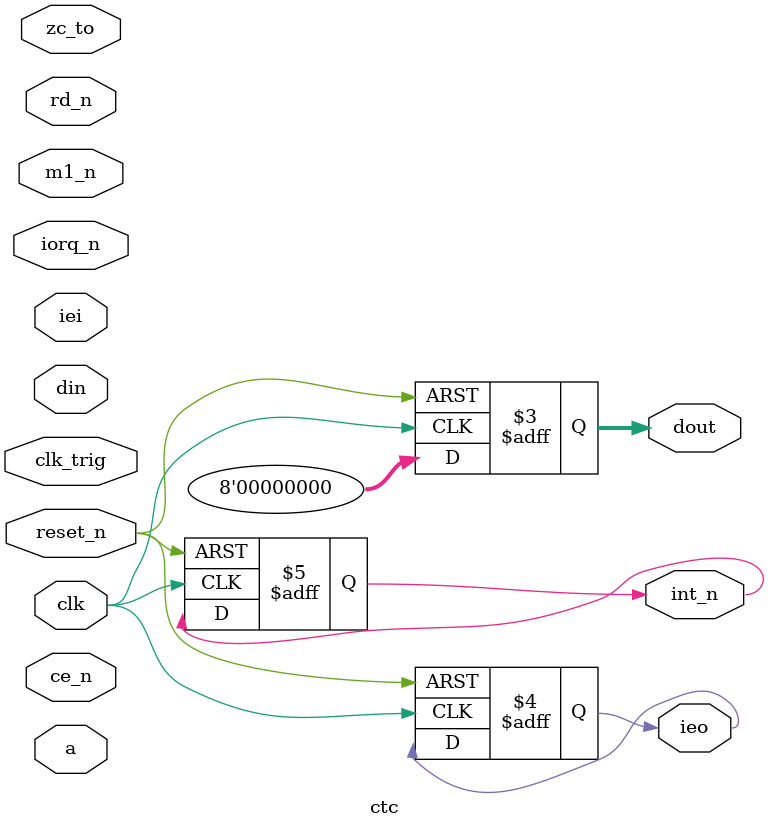
<source format=v>


module ctc #(
  parameter N_CH = 4,
  parameter N_CS = 2,
  parameter AWID = 4,
  parameter DWID = 8
)
(
  input                 clk,
  input                 reset_n,
  input                 ce_n,
  input                 m1_n,
  input                 rd_n,
  input                 iorq_n,
  input      [AWID-1:0] a,
  input      [DWID-1:0] din,
  output     [DWID-1:0] dout,
  input                 iei,
  output                ieo,
  output                int_n,
  
  input      [N_CH-1:0] clk_trig,
  input      [N_CH-1:0] zc_to
);  

  reg        [DWID-1:0] dout;
  reg                   ieo;
  reg                   int_n;
  
  
  always @(posedge clk or negedge reset_n) begin
    if (~reset_n) begin
      dout   <= 'h0;
      ieo    <= 1'b0;
      int_n  <= 1'b0;
    end else begin
      dout <= 'h0;
    end
  end
endmodule






</source>
